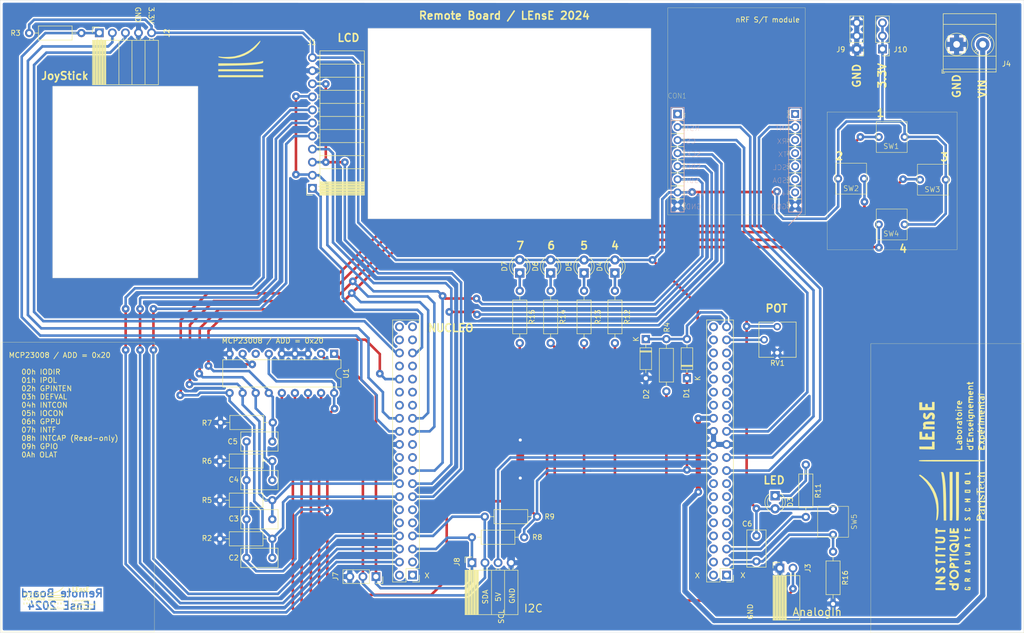
<source format=kicad_pcb>
(kicad_pcb (version 20240108) (generator "pcbnew") (generator_version "8.0")
  (layers (0 "F.Cu" signal) (31 "B.Cu" signal) (34 "B.Paste" user) (35 "F.Paste" user) (36 "B.SilkS" user "B.Silkscreen") (37 "F.SilkS" user "F.Silkscreen") (38 "B.Mask" user) (39 "F.Mask" user) (44 "Edge.Cuts" user))
  (net 0 "")
  (net 1 "GND")
  (net 2 "JOYSW")
  (net 3 "SW1_OUT")
  (net 4 "SW2_OUT")
  (net 5 "SW3_OUT")
  (net 6 "VIN")
  (net 7 "5V_NUC")
  (net 8 "SW4_OUT")
  (net 9 "nRF_CS")
  (net 13 "nRF_CE")
  (net 14 "nRF_INT")
  (net 19 "AN_IN")
  (net 20 "Net-(D3-K)")
  (net 21 "Net-(D4-K)")
  (net 22 "Net-(D5-K)")
  (net 23 "Net-(D6-K)")
  (net 24 "Net-(D7-K)")
  (net 25 "SD_CS")
  (net 26 "LCD_CS")
  (net 27 "LCD_RES")
  (net 28 "LCD_DC")
  (net 29 "JOYY")
  (net 30 "JOYX")
  (net 31 "Net-(J3-Pin_2)")
  (net 38 "3.3V_NUC")
  (net 39 "SCK")
  (net 40 "MISO")
  (net 41 "MOSI")
  (net 43 "ADC_OUT")
  (net 59 "POT_OUT")
  (net 66 "SDA")
  (net 68 "USER_BUTTON")
  (net 69 "SCL")
  (net 76 "MCP_INT")
  (net 81 "LED_OUT")
  (net 83 "LED1")
  (net 84 "LED2")
  (net 85 "LED3")
  (net 86 "LED4")
  (net 88 "SW5_OUT")
  (net 91 "unconnected-(J5-Pin_38-Pad38)")
  (net 93 "unconnected-(J6-Pin_20-Pad20)")
  (footprint "Connector_PinHeader_2.54mm:PinHeader_2x20_P2.54mm_Vertical" (layer "F.Cu") (at 217.2 141.76 180)
    (property "Reference" "J5" (hide yes))
    (property "Value" "Morpho_Gauche" (hide yes))
  )
  (footprint "Connector_PinHeader_2.54mm:PinHeader_2x20_P2.54mm_Vertical" (layer "F.Cu") (at 156.160001 141.76 180)
    (property "Reference" "J6" (hide yes))
    (property "Value" "Morpho_Droite" (hide yes))
  )
  (footprint "Resistor_THT:R_Axial_DIN0207_L6.3mm_D2.5mm_P10.16mm_Horizontal" (layer "F.Cu") (at 128.9 134.7 180)
    (property "Reference" "R2")
    (property "Value" "8.2k")
  )
  (footprint "miKro:MIKROBUS_MODULE_CONN" (layer "F.Cu") (at 207.67 52.13)
    (property "Reference" "CON1")
    (property "Value" "MikroE-nRF-S-module" (hide yes))
  )
  (footprint "LED_THT:LED_D3.0mm_Clear" (layer "F.Cu") (at 189.5 83.04 90)
    (property "Reference" "D5")
    (property "Value" "LED")
  )
  (footprint "Diode_THT:D_DO-35_SOD27_P7.62mm_Horizontal" (layer "F.Cu") (at 201.5 95.88 -90)
    (property "Reference" "D2")
    (property "Value" "D")
  )
  (footprint "Diode_THT:D_DO-35_SOD27_P7.62mm_Horizontal" (layer "F.Cu") (at 209.5 103.5 90)
    (property "Reference" "D1")
    (property "Value" "D")
  )
  (footprint "Resistor_THT:R_Axial_DIN0207_L6.3mm_D2.5mm_P10.16mm_Horizontal" (layer "F.Cu") (at 177.86 134.4 180)
    (property "Reference" "R8")
    (property "Value" "680")
  )
  (footprint "Resistor_THT:R_Axial_DIN0207_L6.3mm_D2.5mm_P10.16mm_Horizontal" (layer "F.Cu") (at 128.9 127.2 180)
    (property "Reference" "R5")
    (property "Value" "8.2k")
  )
  (footprint "Capacitor_THT:C_Rect_L7.0mm_W3.5mm_P5.00mm" (layer "F.Cu") (at 123.9 123.3)
    (property "Reference" "C4")
    (property "Value" "10nF")
  )
  (footprint "TerminalBlock_Phoenix:TerminalBlock_Phoenix_MKDS-3-2-5.08_1x02_P5.08mm_Horizontal" (layer "F.Cu") (at 261.91 38.6)
    (property "Reference" "J4")
    (property "Value" "BAT_IN")
  )
  (footprint "Resistor_THT:R_Axial_DIN0207_L6.3mm_D2.5mm_P10.16mm_Horizontal" (layer "F.Cu") (at 189.5 86.5 -90)
    (property "Reference" "R13")
    (property "Value" "100")
  )
  (footprint "Connector_PinSocket_2.54mm:PinSocket_1x03_P2.54mm_Vertical" (layer "F.Cu") (at 149.05 142.05 -90)
    (property "Reference" "J7")
    (property "Value" "I2C_Visu")
  )
  (footprint "Resistor_THT:R_Axial_DIN0207_L6.3mm_D2.5mm_P10.16mm_Horizontal" (layer "F.Cu") (at 81.64 36.4)
    (property "Reference" "R3")
    (property "Value" "8.2k")
  )
  (footprint "Connector_PinSocket_2.54mm:PinSocket_1x11_P2.54mm_Horizontal" (layer "F.Cu") (at 136.7 66.58 180)
    (property "Reference" "J1")
    (property "Value" "LCD_SD")
  )
  (footprint "Resistor_THT:R_Axial_DIN0207_L6.3mm_D2.5mm_P10.16mm_Horizontal" (layer "F.Cu") (at 195.5 86.5 -90)
    (property "Reference" "R12")
    (property "Value" "100")
  )
  (footprint "LEnsE_devices:Switch" (layer "F.Cu") (at 233.4 131.4 -90)
    (property "Reference" "SW5")
    (property "Value" "SW_5")
  )
  (footprint "Connector_PinSocket_2.54mm:PinSocket_1x04_P2.54mm_Horizontal" (layer "F.Cu") (at 167.7 139.35 90)
    (property "Reference" "J8")
    (property "Value" "I2C_EXT")
  )
  (footprint "LEnsE_devices:Logo_Alone" (layer "F.Cu") (at 122.8 41.4)
    (property "Reference" "G***" (hide yes))
    (property "Value" "LOGO" (hide yes))
  )
  (footprint "Resistor_THT:R_Axial_DIN0207_L6.3mm_D2.5mm_P10.16mm_Horizontal" (layer "F.Cu") (at 129 112.1 180)
    (property "Reference" "R7")
    (property "Value" "8.2k")
  )
  (footprint "Resistor_THT:R_Axial_DIN0207_L6.3mm_D2.5mm_P10.16mm_Horizontal" (layer "F.Cu") (at 183 86.5 -90)
    (property "Reference" "R14")
    (property "Value" "100")
  )
  (footprint "Connector_PinHeader_2.54mm:PinHeader_1x03_P2.54mm_Vertical" (layer "F.Cu") (at 242.5 39.5 180)
    (property "Reference" "J9")
    (property "Value" "GND_reg")
  )
  (footprint "Connector_PinSocket_2.54mm:PinSocket_1x05_P2.54mm_Horizontal" (layer "F.Cu") (at 95.275 36.35 90)
    (property "Reference" "J2")
    (property "Value" "JoyStick")
  )
  (footprint "LEnsE_devices:Switch" (layer "F.Cu") (at 249.3 52.1 180)
    (property "Reference" "SW1")
    (property "Value" "SW_1")
  )
  (footprint "LED_THT:LED_D3.0mm_Clear" (layer "F.Cu") (at 177 83.04 90)
    (property "Reference" "D7")
    (property "Value" "LED")
  )
  (footprint "Resistor_THT:R_Axial_DIN0207_L6.3mm_D2.5mm_P10.16mm_Horizontal" (layer "F.Cu") (at 237.9 137.2 -90)
    (property "Reference" "R16")
    (property "Value" "8.2k")
  )
  (footprint "Resistor_THT:R_Axial_DIN0207_L6.3mm_D2.5mm_P10.16mm_Horizontal" (layer "F.Cu") (at 232.6 120.3 -90)
    (property "Reference" "R11")
    (property "Value" "100")
  )
  (footprint "Resistor_THT:R_Axial_DIN0207_L6.3mm_D2.5mm_P10.16mm_Horizontal" (layer "F.Cu") (at 180.36 130.4 180)
    (property "Reference" "R9")
    (property "Value" "680")
  )
  (footprint "LED_THT:LED_D3.0mm_Clear" (layer "F.Cu") (at 195.5 83.04 90)
    (property "Reference" "D4")
    (property "Value" "LED")
  )
  (footprint "Capacitor_THT:C_Rect_L7.0mm_W3.5mm_P5.00mm" (layer "F.Cu") (at 123.9 130.9)
    (property "Reference" "C3")
    (property "Value" "10nF")
  )
  (footprint "Resistor_THT:R_Axial_DIN0207_L6.3mm_D2.5mm_P10.16mm_Horizontal" (layer "F.Cu") (at 128.9 119.6 180)
    (property "Reference" "R6")
    (property "Value" "8.2k")
  )
  (footprint "LED_THT:LED_D3.0mm_Clear" (layer "F.Cu") (at 183 83.04 90)
    (property "Reference" "D6")
    (property "Value" "LED")
  )
  (footprint "Capacitor_THT:C_Rect_L7.0mm_W3.5mm_P5.00mm" (layer "F.Cu") (at 123.9 138.4)
    (property "Reference" "C2")
    (property "Value" "10nF")
  )
  (footprint "LEnsE_devices:Switch" (layer "F.Cu") (at 257.3 60.4 180)
    (property "Reference" "SW3")
    (property "Value" "SW_3")
  )
  (footprint "LEnsE_devices:Logo_Big" (layer "F.Cu") (at 260.4 124.4 90)
    (property "Reference" "G***" (hide yes))
    (property "Value" "LOGO" (hide yes))
  )
  (footprint "LEnsE_devices:Switch" (layer "F.Cu") (at 249.3 69.1 180)
    (property "Reference" "SW4")
    (property "Value" "SW_4")
  )
  (footprint "LEnsE_devices:Logo_Small" (layer "F.Cu") (at 87.6 146)
    (property "Reference" "G***" (hide yes))
    (property "Value" "LOGO" (hide yes))
  )
  (footprint "Connector_PinSocket_2.54mm:PinSocket_1x02_P2.54mm_Horizontal" (layer "F.Cu") (at 227.56 140.4 90)
    (property "Reference" "J3")
    (property "Value" "AnalogIn")
  )
  (footprint "LEnsE_devices:Switch" (layer "F.Cu") (at 241.4 69.2)
    (property "Reference" "SW2")
    (property "Value" "SW_2")
  )
  (footprint "Resistor_THT:R_Axial_DIN0207_L6.3mm_D2.5mm_P10.16mm_Horizontal" (layer "F.Cu") (at 177 86.5 -90)
    (property "Reference" "R15")
    (property "Value" "100")
  )
  (footprint "Connector_PinHeader_2.54mm:PinHeader_1x03_P2.54mm_Vertical" (layer "F.Cu") (at 247.5 39.5 180)
    (property "Reference" "J10")
    (property "Value" "3.3V_reg")
  )
  (footprint "Package_DIP:DIP-18_W7.62mm" (layer "F.Cu") (at 140.92 98.74 -90)
    (property "Reference" "U1")
    (property "Value" "MCP23008-xP")
  )
  (footprint "Capacitor_THT:C_Rect_L7.0mm_W3.5mm_P5.00mm" (layer "F.Cu") (at 123.9 115.8)
    (property "Reference" "C5")
    (property "Value" "10nF")
  )
  (footprint "Resistor_THT:R_Axial_DIN0207_L6.3mm_D2.5mm_P10.16mm_Horizontal" (layer "F.Cu") (at 205.5 106.04 90)
    (property "Reference" "R4")
    (property "Value" "1.2k")
  )
  (footprint "LED_THT:LED_D3.0mm_Clear" (layer "F.Cu") (at 226.625 126.325 -90)
    (property "Reference" "D3")
    (property "Value" "LED")
  )
  (footprint "Potentiometer_THT:Potentiometer_Vishay_T73YP_Vertical" (layer "F.Cu") (at 227.04 93.46 180)
    (property "Reference" "RV1")
    (property "Value" "R_Potentiometer")
  )
  (footprint "Capacitor_THT:C_Rect_L7.0mm_W3.5mm_P5.00mm" (layer "F.Cu") (at 223 134.1 -90)
    (property "Reference" "C6")
    (property "Value" "10nF")
  )
  (gr_rect (start 245.25 96.75) (end 275 153) (stroke (width 0.05)) (fill none) (layer "F.SilkS"))
  (gr_rect (start 205.75 31.5) (end 232.5 71.75) (stroke (width 0.05)) (fill none) (layer "F.SilkS"))
  (gr_rect (start 76.25 96.5) (end 106 152.75) (stroke (width 0.05)) (fill none) (layer "F.SilkS"))
  (gr_rect (start 236.75 51.75) (end 262 78.5) (stroke (width 0.05)) (fill none) (layer "F.SilkS"))
  (gr_rect (start 76 30) (end 275 153) (stroke (width 0.05)) (fill none) (layer "Edge.Cuts"))
  (gr_rect (start 86.2 46.75) (end 114.45 84) (stroke (width 0.05)) (fill none) (layer "Edge.Cuts"))
  (gr_rect (start 147.5 35.5) (end 202.5 72.5) (stroke (width 0.05)) (fill none) (layer "Edge.Cuts"))
  (gr_text "Remote Board\nLEnsE 2024" (at 88 146.5 0) (layer "B.Cu") (effects (font (size 1.5 1.5) (thickness 0.3)) (justify mirror)))
  (gr_text "3" (at 258.6 61.4 0) (layer "F.SilkS") (effects (font (size 1.5 1.5) (thickness 0.3) (bold yes)) (justify left bottom)))
  (gr_text "1" (at 246.2 52.8 0) (layer "F.SilkS") (effects (font (size 1.5 1.5) (thickness 0.3) (bold yes)) (justify left bottom)))
  (gr_text "00h IODIR\n01h IPOL\n02h GPINTEN\n03h DEFVAL\n04h INTCON\n05h IOCON\n06h GPPU\n07h INTF\n08h INTCAP (Read-only)\n09h GPIO\n0Ah OLAT" (at 80.05 118.95 0) (layer "F.SilkS") (effects (font (size 1 1)) (justify left bottom)))
  (gr_text "GND" (at 243.381714 47.189714 90) (layer "F.SilkS") (effects (font (size 1.5 1.5) (thickness 0.3) (bold yes)) (justify left bottom)))
  (gr_text "NUCLEO" (at 159 94.6 0) (layer "F.SilkS") (effects (font (size 1.5 1.5) (thickness 0.3) (bold yes)) (justify left bottom)))
  (gr_text "GND" (at 222.4 150.5 90) (layer "F.SilkS") (effects (font (size 1 1)) (justify left bottom)))
  (gr_text "SCL" (at 174 151.3 90) (layer "F.SilkS") (effects (font (size 1 1)) (justify left bottom)))
  (gr_text "4" (at 250.6 79.2 0) (layer "F.SilkS") (effects (font (size 1.5 1.5) (thickness 0.3) (bold yes)) (justify left bottom)))
  (gr_text "6" (at 182.2 78.6 0) (layer "F.SilkS") (effects (font (size 1.5 1.5) (thickness 0.3) (bold yes)) (justify left bottom)))
  (gr_text "MCP23008 / ADD = 0x20" (at 77.6 99.6 0) (layer "F.SilkS") (effects (font (size 1 1)) (justify left bottom)))
  (gr_text "7" (at 176.2 78.6 0) (layer "F.SilkS") (effects (font (size 1.5 1.5) (thickness 0.3) (bold yes)) (justify left bottom)))
  (gr_text "X" (at 158.4 142.45 0) (layer "F.SilkS") (effects (font (size 1 1)) (justify left bottom)))
  (gr_text "JoyStick" (at 83.8 45.6 0) (layer "F.SilkS") (effects (font (size 1.5 1.5) (thickness 0.3) (bold yes)) (justify left bottom)))
  (gr_text "GND" (at 262.8 49.2 90) (layer "F.SilkS") (effects (font (size 1.5 1.5) (thickness 0.3) (bold yes)) (justify left bottom)))
  (gr_text "X" (at 219.8 142.4 0) (layer "F.SilkS") (effects (font (size 1 1)) (justify left bottom)))
  (gr_text "GND" (at 176.1 147.4 90) (layer "F.SilkS") (effects (font (size 1 1)) (justify left bottom)))
  (gr_text "LCD\n" (at 141.4 38.2 0) (layer "F.SilkS") (effects (font (size 1.5 1.5) (thickness 0.3) (bold yes)) (justify left bottom)))
  (gr_text "MCP23008 / ADD = 0x20" (at 119 96.8 0) (layer "F.SilkS") (effects (font (size 1 1)) (justify left bottom)))
  (gr_text "POT" (at 224.6 90.8 0) (layer "F.SilkS") (effects (font (size 1.5 1.5) (thickness 0.3) (bold yes)) (justify left bottom)))
  (gr_text "5" (at 188.6 78.6 0) (layer "F.SilkS") (effects (font (size 1.5 1.5) (thickness 0.3) (bold yes)) (justify left bottom)))
  (gr_text "GND" (at 102.2 31.199998 -90) (layer "F.SilkS") (effects (font (size 1 1)) (justify left bottom)))
  (gr_text "I2C" (at 177.7 149.1 0) (layer "F.SilkS") (effects (font (size 1.5 1.5) (thickness 0.2)) (justify left bottom)))
  (gr_text "SDA" (at 170.9 147.5 90) (layer "F.SilkS") (effects (font (size 1 1)) (justify left bottom)))
  (gr_text "nRF S/T module" (at 218.85 34.4 0) (layer "F.SilkS") (effects (font (size 1 1)) (justify left bottom)))
  (gr_text "5V" (at 173.4 147 90) (layer "F.SilkS") (effects (font (size 1 1)) (justify left bottom)))
  (gr_text "3.3V" (at 104.8 31.2 270) (layer "F.SilkS") (effects (font (size 1 1)) (justify left bottom)))
  (gr_text "4" (at 194.6 78.6 0) (layer "F.SilkS") (effects (font (size 1.5 1.5) (thickness 0.3) (bold yes)) (justify left bottom)))
  (gr_text "X" (at 210.95 142.45 0) (layer "F.SilkS") (effects (font (size 1 1)) (justify left bottom)))
  (gr_text "AnalogIn" (at 229.9 149.8 0) (layer "F.SilkS") (effects (font (size 1.5 1.5) (thickness 0.2)) (justify left bottom)))
  (gr_text "VIN" (at 267.8 49.2 90) (layer "F.SilkS") (effects (font (size 1.5 1.5) (thickness 0.3) (bold yes)) (justify left bottom)))
  (gr_text "3.3V" (at 248.324571 47.332571 90) (layer "F.SilkS") (effects (font (size 1.5 1.5) (thickness 0.3) (bold yes)) (justify left bottom)))
  (gr_text "Remote Board / LEnsE 2024" (at 174 33 0) (layer "F.SilkS") (effects (font (size 1.5 1.5) (thickness 0.3) (bold yes))))
  (gr_text "LED" (at 224.2 124.2 0) (layer "F.SilkS") (effects (font (size 1.5 1.5) (thickness 0.3) (bold yes)) (justify left bottom)))
  (gr_text "2" (at 238.2 61.2 0) (layer "F.SilkS") (effects (font (size 1.5 1.5) (thickness 0.3) (bold yes)) (justify left bottom)))
  (segment (start 177.1 122.9) (end 177.1 115.5) (width 1.5) (layer "F.Cu") (net 1))
  (via (at 177.1 115.5) (size 1.5) (drill 0.6) (layers "F.Cu" "B.Cu") (net 1))
  (via (at 177.1 122.9) (size 1.5) (drill 0.6) (layers "F.Cu" "B.Cu") (net 1))
  (segment (start 175.32 139.35) (end 175.32 124.68) (width 1.5) (layer "B.Cu") (net 1))
  (segment (start 175.32 124.68) (end 177.1 122.9) (width 1.5) (layer "B.Cu") (net 1))
  (segment (start 189.1 103.5) (end 201.5 103.5) (width 1.5) (layer "B.Cu") (net 1))
  (segment (start 177.1 115.5) (end 189.1 103.5) (width 1.5) (layer "B.Cu") (net 1))
  (segment (start 91.8 36.4) (end 84.8 36.4) (width 0.5) (layer "B.Cu") (net 2))
  (segment (start 145.2 95.2) (end 146.2 96.2) (width 0.5) (layer "B.Cu") (net 2))
  (segment (start 83.8 95.2) (end 145.2 95.2) (width 0.5) (layer "B.Cu") (net 2))
  (segment (start 95.205 36.42) (end 95.275 36.35) (width 0.5) (layer "B.Cu") (net 2))
  (segment (start 146.2 96.2) (end 146.2 103.8) (width 0.5) (layer "B.Cu") (net 2))
  (segment (start 95.225 36.4) (end 95.275 36.35) (width 0.5) (layer "B.Cu") (net 2))
  (segment (start 80.2 91.6) (end 83.8 95.2) (width 0.5) (layer "B.Cu") (net 2))
  (segment (start 146.2 103.8) (end 149.2 106.8) (width 0.5) (layer "B.Cu") (net 2))
  (segment (start 149.2 106.8) (end 149.2 111.4) (width 0.5) (layer "B.Cu") (net 2))
  (segment (start 84.8 36.4) (end 80.2 41) (width 0.5) (layer "B.Cu") (net 2))
  (segment (start 149.2 111.4) (end 151.62 113.82) (width 0.5) (layer "B.Cu") (net 2))
  (segment (start 91.8 36.4) (end 95.225 36.4) (width 0.5) (layer "B.Cu") (net 2))
  (segment (start 80.2 41) (end 80.2 91.6) (width 0.5) (layer "B.Cu") (net 2))
  (segment (start 151.62 113.82) (end 153.620001 113.82) (width 0.5) (layer "B.Cu") (net 2))
  (segment (start 116.3 87) (end 138 87) (width 0.5) (layer "F.Cu") (net 3))
  (segment (start 241.3 70.2) (end 241.3 58.5) (width 0.5) (layer "F.Cu") (net 3))
  (segment (start 241.3 58.5) (end 243.2 56.6) (width 0.5) (layer "F.Cu") (net 3))
  (segment (start 237.6 73.9) (end 241.3 70.2) (width 0.5) (layer "F.Cu") (net 3))
  (segment (start 111 106.8) (end 111.1 106.7) (width 0.5) (layer "F.Cu") (net 3))
  (segment (start 138 87) (end 151.1 73.9) (width 0.5) (layer "F.Cu") (net 3))
  (segment (start 111.1 106.7) (end 111.1 92.2) (width 0.5) (layer "F.Cu") (net 3))
  (segment (start 111.1 92.2) (end 116.3 87) (width 0.5) (layer "F.Cu") (net 3))
  (segment (start 151.1 73.9) (end 237.6 73.9) (width 0.5) (layer "F.Cu") (net 3))
  (via (at 111 106.8) (size 1.5) (drill 0.6) (layers "F.Cu" "B.Cu") (net 3))
  (via (at 243.2 56.6) (size 1.5) (drill 0.6) (layers "F.Cu" "B.Cu") (net 3))
  (segment (start 131 132.6) (end 131 127.6) (width 0.5) (layer "B.Cu") (net 3))
  (segment (start 131 127.6) (end 132.08 126.52) (width 0.5) (layer "B.Cu") (net 3))
  (segment (start 120.6 106.36) (end 120.54 106.3) (width 0.5) (layer "B.Cu") (net 3))
  (segment (start 114.9 106.3) (end 114.4 106.8) (width 0.5) (layer "B.Cu") (net 3))
  (segment (start 120.6 106.36) (end 120.6 107.9) (width 0.5) (layer "B.Cu") (net 3))
  (segment (start 132.08 126.52) (end 153.620001 126.52) (width 0.5) (layer "B.Cu") (net 3))
  (segment (start 127 129) (end 127 132.8) (width 0.5) (layer "B.Cu") (net 3))
  (segment (start 114.4 106.8) (end 111 106.8) (width 0.5) (layer "B.Cu") (net 3))
  (segment (start 125.4 127.4) (end 127 129) (width 0.5) (layer "B.Cu") (net 3))
  (segment (start 127 132.8) (end 128.9 134.7) (width 0.5) (layer "B.Cu") (net 3))
  (segment (start 125.4 112.7) (end 125.4 127.4) (width 0.5) (layer "B.Cu") (net 3))
  (segment (start 243.2 56.6) (end 246.8 56.6) (width 0.5) (layer "B.Cu") (net 3))
  (segment (start 128.9 138.4) (end 128.9 134.7) (width 0.5) (layer "B.Cu") (net 3))
  (segment (start 128.9 134.7) (end 131 132.6) (width 0.5) (layer "B.Cu") (net 3))
  (segment (start 120.6 107.9) (end 125.4 112.7) (width 0.5) (layer "B.Cu") (net 3))
  (segment (start 120.54 106.3) (end 114.9 106.3) (width 0.5) (layer "B.Cu") (net 3))
  (segment (start 152 75.1) (end 239.1 75.1) (width 0.5) (layer "F.Cu") (net 4))
  (segment (start 112.9 93.1) (end 117.5 88.5) (width 0.5) (layer "F.Cu") (net 4))
  (segment (start 117.5 88.5) (end 138.6 88.5) (width 0.5) (layer "F.Cu") (net 4))
  (segment (start 138.6 88.5) (end 152 75.1) (width 0.5) (layer "F.Cu") (net 4))
  (segment (start 112.8 104.7) (end 112.9 104.6) (width 0.5) (layer "F.Cu") (net 4))
  (segment (start 112.9 104.6) (end 112.9 93.1) (width 0.5) (layer "F.Cu") (net 4))
  (segment (start 239.1 75.1) (end 244 70.2) (width 0.5) (layer "F.Cu") (net 4))
  (segment (start 244 70.2) (end 244 69.2) (width 0.5) (layer "F.Cu") (net 4))
  (via (at 244 69.2) (size 1.5) (drill 0.6) (layers "F.Cu" "B.Cu") (net 4))
  (via (at 112.8 104.7) (size 1.5) (drill 0.6) (layers "F.Cu" "B.Cu") (net 4))
  (segment (start 122.1 104.6) (end 123.14 105.64) (width 0.5) (layer "B.Cu") (net 4))
  (segment (start 132.62 123.98) (end 153.620001 123.98) (width 0.5) (layer "B.Cu") (net 4))
  (segment (start 128.9 127.2) (end 129 127.1) (width 0.5) (layer "B.Cu") (net 4))
  (segment (start 129.5 127.1) (end 132.62 123.98) (width 0.5) (layer "B.Cu") (net 4))
  (segment (start 126.4 111.9) (end 126.4 125.6) (width 0.5) (layer "B.Cu") (net 4))
  (segment (start 127.6 127.2) (end 128.9 127.2) (width 0.5) (layer "B.Cu") (net 4))
  (segment (start 244 64.8) (end 243.9 64.7) (width 0.5) (layer "B.Cu") (net 4))
  (segment (start 112.8 104.7) (end 112.9 104.6) (width 0.5) (layer "B.Cu") (net 4))
  (segment (start 123.14 108.64) (end 126.4 111.9) (width 0.5) (layer "B.Cu") (net 4))
  (segment (start 128.9 127.2) (end 128.9 130.9) (width 0.5) (layer "B.Cu") (net 4))
  (segment (start 123.14 105.64) (end 123.14 106.36) (width 0.5) (layer "B.Cu") (net 4))
  (segment (start 126.4 126) (end 127.6 127.2) (width 0.5) (layer "B.Cu") (net 4))
  (segment (start 123.14 106.36) (end 123.14 108.64) (width 0.5) (layer "B.Cu") (net 4))
  (segment (start 112.9 104.6) (end 122.1 104.6) (width 0.5) (layer "B.Cu") (net 4))
  (segment (start 128.9 126.8) (end 128.9 127.2) (width 0.5) (layer "B.Cu") (net 4))
  (segment (start 244 69.2) (end 244 64.8) (width 0.5) (layer "B.Cu") (net 4))
  (segment (start 129 127.1) (end 129.5 127.1) (width 0.5) (layer "B.Cu") (net 4))
  (segment (start 251.7 64.8) (end 251.5 64.8) (width 0.5) (layer "F.Cu") (net 5))
  (segment (start 114.8 93.8) (end 118.5 90.1) (width 0.5) (layer "F.Cu") (net 5))
  (segment (start 239.7 76.6) (end 251.5 64.8) (width 0.5) (layer "F.Cu") (net 5))
  (segment (start 152.6 76.6) (end 239.7 76.6) (width 0.5) (layer "F.Cu") (net 5))
  (segment (start 114.8 102.5) (end 114.8 93.8) (width 0.5) (layer "F.Cu") (net 5))
  (segment (start 114.7 102.6) (end 114.8 102.5) (width 0.5) (layer "F.Cu") (net 5))
  (segment (start 118.5 90.1) (end 139.1 90.1) (width 0.5) (layer "F.Cu") (net 5))
  (segment (start 139.1 90.1) (end 152.6 76.6) (width 0.5) (layer "F.Cu") (net 5))
  (via (at 251.5 64.8) (size 1.5) (drill 0.6) (layers "F.Cu" "B.Cu") (net 5))
  (via (at 144.55 84.65) (size 1.5) (drill 0.6) (layers "F.Cu" "B.Cu") (net 5))
  (via (at 114.7 102.6) (size 1.5) (drill 0.6) (layers "F.Cu" "B.Cu") (net 5))
  (segment (start 128.9 119.6) (end 128.9 123.3) (width 0.5) (layer "B.Cu") (net 5))
  (segment (start 128.1 119.6) (end 128.9 119.6) (width 0.5) (layer "B.Cu") (net 5))
  (segment (start 144.55 84.65) (end 147.5 87.6) (width 0.5) (layer "B.Cu") (net 5))
  (segment (start 115.4 103.3) (end 123.1 103.3) (width 0.5) (layer "B.Cu") (net 5))
  (segment (start 127.4 111.05) (end 127.4 118.9) (width 0.5) (layer "B.Cu") (net 5))
  (segment (start 125.68 109.33) (end 127.4 111.05) (width 0.5) (layer "B.Cu") (net 5))
  (segment (start 127.4 118.9) (end 128.1 119.6) (width 0.5) (layer "B.Cu") (net 5))
  (segment (start 159.48 113.82) (end 156.160001 113.82) (width 0.5) (layer "B.Cu") (net 5))
  (segment (start 160.4 112.9) (end 159.48 113.82) (width 0.5) (layer "B.Cu") (net 5))
  (segment (start 123.1 103.3) (end 125.68 105.88) (width 0.5) (layer "B.Cu") (net 5))
  (segment (start 114.7 102.6) (end 115.4 103.3) (width 0.5) (layer "B.Cu") (net 5))
  (segment (start 125.68 105.88) (end 125.68 106.36) (width 0.5) (layer "B.Cu") (net 5))
  (segment (start 160.4 88.9) (end 160.4 112.9) (width 0.5) (layer "B.Cu") (net 5))
  (segment (start 254.7 64.8) (end 254.8 64.9) (width 0.5) (layer "B.Cu") (net 5))
  (segment (start 159.1 87.6) (end 160.4 88.9) (width 0.5) (layer "B.Cu") (net 5))
  (segment (start 251.5 64.8) (end 254.7 64.8) (width 0.5) (layer "B.Cu") (net 5))
  (segment (start 147.5 87.6) (end 159.1 87.6) (width 0.5) (layer "B.Cu") (net 5))
  (segment (start 125.68 106.36) (end 125.68 109.33) (width 0.5) (layer "B.Cu") (net 5))
  (segment (start 211.7 125.6) (end 211.7 111.3) (width 1) (layer "F.Cu") (net 6))
  (via (at 211.7 125.6) (size 1.5) (drill 0.6) (layers "F.Cu" "B.Cu") (net 6))
  (via (at 211.7 111.3) (size 1.5) (drill 0.6) (layers "F.Cu" "B.Cu") (net 6))
  (segment (start 211.72 111.28) (end 211.7 111.3) (width 1) (layer "B.Cu") (net 6))
  (segment (start 209.1 128.2) (end 209.1 144.9) (width 1) (layer "B.Cu") (net 6))
  (segment (start 214.66 111.28) (end 211.72 111.28) (width 1) (layer "B.Cu") (net 6))
  (segment (start 214.8 150.6) (end 262.1 150.6) (width 1) (layer "B.Cu") (net 6))
  (segment (start 266.99 145.71) (end 266.99 38.6) (width 1) (layer "B.Cu") (net 6))
  (segment (start 209.1 144.9) (end 214.8 150.6) (width 1) (layer "B.Cu") (net 6))
  (segment (start 211.7 125.6) (end 209.1 128.2) (width 1) (layer "B.Cu") (net 6))
  (segment (start 262.1 150.6) (end 266.99 145.71) (width 1) (layer "B.Cu") (net 6))
  (segment (start 172.78 121.32) (end 175.2 118.9) (width 0.5) (layer "B.Cu") (net 7))
  (segment (start 175.2 118.9) (end 214.66 118.9) (width 0.5) (layer "B.Cu") (net 7))
  (segment (start 172.78 139.35) (end 172.78 121.32) (width 0.5) (layer "B.Cu") (net 7))
  (segment (start 116.4 101) (end 116.5 101.1) (width 0.5) (layer "F.Cu") (net 8))
  (segment (start 246.7 78) (end 153.3 78) (width 0.5) (layer "F.Cu") (net 8))
  (segment (start 139.8 91.5) (end 119.3 91.5) (width 0.5) (layer "F.Cu") (net 8))
  (segment (start 246.8 78.1) (end 246.7 78) (width 0.5) (layer "F.Cu") (net 8))
  (segment (start 153.3 78) (end 139.8 91.5) (width 0.5) (layer "F.Cu") (net 8))
  (segment (start 116.5 101.1) (end 116.5 94.3) (width 0.5) (layer "F.Cu") (net 8))
  (segment (start 119.3 91.5) (end 116.5 94.3) (width 0.5) (layer "F.Cu") (net 8))
  (via (at 116.5 101.1) (size 1.5) (drill 0.6) (layers "F.Cu" "B.Cu") (net 8))
  (via (at 246.8 78.1) (size 1.5) (drill 0.6) (layers "F.Cu" "B.Cu") (net 8))
  (via (at 144.35 86.95) (size 1.5) (drill 0.6) (layers "F.Cu" "B.Cu") (net 8))
  (via (at 246.8 78.1) (size 1.5) (drill 0.6) (layers "F.Cu" "B.Cu") (net 8))
  (segment (start 157.6 88.7) (end 159.2 90.3) (width 0.5) (layer "B.Cu") (net 8))
  (segment (start 129 107.14) (end 128.22 106.36) (width 0.5) (layer "B.Cu") (net 8))
  (segment (start 117.5 102.1) (end 124.4 102.1) (width 0.5) (layer "B.Cu") (net 8))
  (segment (start 158.12 111.28) (end 156.160001 111.28) (width 0.5) (layer "B.Cu") (net 8))
  (segment (start 246.8 73.6) (end 246.8 78.1) (width 0.5) (layer "B.Cu") (net 8))
  (segment (start 159.2 90.3) (end 159.2 110.2) (width 0.5) (layer "B.Cu") (net 8))
  (segment (start 129 115.7) (end 129 107.14) (width 0.5) (layer "B.Cu") (net 8))
  (segment (start 128.22 105.92) (end 128.22 106.36) (width 0.5) (layer "B.Cu") (net 8))
  (segment (start 146.1 88.7) (end 157.6 88.7) (width 0.5) (layer "B.Cu") (net 8))
  (segment (start 116.5 101.1) (end 117.5 102.1) (width 0.5) (layer "B.Cu") (net 8))
  (segment (start 129 112.1) (end 129 111.1) (width 0.5) (layer "B.Cu") (net 8))
  (segment (start 124.4 102.1) (end 128.22 105.92) (width 0.5) (layer "B.Cu") (net 8))
  (segment (start 128.9 115.8) (end 129 115.7) (width 0.5) (layer "B.Cu") (net 8))
  (segment (start 159.2 110.2) (end 158.12 111.28) (width 0.5) (layer "B.Cu") (net 8))
  (segment (start 144.35 86.95) (end 146.1 88.7) (width 0.5) (layer "B.Cu") (net 8))
  (segment (start 217.2 113.82) (end 225.28 113.82) (width 0.5) (layer "B.Cu") (net 9))
  (segment (start 232.9 86.9) (end 232.9 106.2) (width 0.5) (layer "B.Cu") (net 9))
  (segment (start 220.6 74.6) (end 232.9 86.9) (width 0.5) (layer "B.Cu") (net 9))
  (segment (start 225.28 113.82) (end 232.9 106.2) (width 0.5) (layer "B.Cu") (net 9))
  (segment (start 219.11 57.21) (end 220.6 58.7) (width 0.5) (layer "B.Cu") (net 9))
  (segment (start 207.67 57.21) (end 219.11 57.21) (width 0.5) (layer "B.Cu") (net 9))
  (segment (start 220.6 58.7) (end 220.6 74.6) (width 0.5) (layer "B.Cu") (net 9))
  (segment (start 226.1 118.9) (end 228.3 116.7) (width 0.5) (layer "B.Cu") (net 13))
  (segment (start 221.8 74.1) (end 221.8 56.6) (width 0.5) (layer "B.Cu") (net 13))
  (segment (start 234.1 110.9) (end 234.1 86.4) (width 0.5) (layer "B.Cu") (net 13))
  (segment (start 228.3 116.7) (end 234.1 110.9) (width 0.5) (layer "B.Cu") (net 13))
  (segment (start 219.87 54.67) (end 207.67 54.67) (width 0.5) (layer "B.Cu") (net 13))
  (segment (start 221.8 56.6) (end 219.87 54.67) (width 0.5) (layer "B.Cu") (net 13))
  (segment (start 234.1 86.4) (end 221.8 74.1) (width 0.5) (layer "B.Cu") (net 13))
  (segment (start 217.2 118.9) (end 226.1 118.9) (width 0.5) (layer "B.Cu") (net 13))
  (segment (start 223.5 74.2) (end 223.5 56.7) (width 0.5) (layer "B.Cu") (net 14))
  (segment (start 235.4 111.5) (end 235.4 86.1) (width 0.5) (layer "B.Cu") (net 14))
  (segment (start 227.85 119.05) (end 235.4 111.5) (width 0.5) (layer "B.Cu") (net 14))
  (segment (start 225.53 54.67) (end 230.53 54.67) (width 0.5) (layer "B.Cu") (net 14))
  (segment (start 217.2 121.44) (end 225.46 121.44) (width 0.5) (layer "B.Cu") (net 14))
  (segment (start 223.5 56.7) (end 225.53 54.67) (width 0.5) (layer "B.Cu") (net 14))
  (segment (start 235.4 86.1) (end 223.5 74.2) (width 0.5) (layer "B.Cu") (net 14))
  (segment (start 225.46 121.44) (end 227.85 119.05) (width 0.5) (layer "B.Cu") (net 14))
  (segment (start 209.5 95.88) (end 209.5 93.3) (width 0.5) (layer "B.Cu") (net 19))
  (segment (start 201.5 95.88) (end 205.5 95.88) (width 0.5) (layer "B.Cu") (net 19))
  (segment (start 212.1 90.7) (end 216.2 90.7) (width 0.5) (layer "B.Cu") (net 19))
  (segment (start 209.5 93.3) (end 212.1 90.7) (width 0.5) (layer "B.Cu") (net 19))
  (segment (start 205.5 95.88) (end 209.5 95.88) (width 0.5) (layer "B.Cu") (net 19))
  (segment (start 217.2 91.7) (end 217.2 93.5) (width 0.5) (layer "B.Cu") (net 19))
  (segment (start 216.2 90.7) (end 217.2 91.7) (width 0.5) (layer "B.Cu") (net 19))
  (segment (start 229.675 126.325) (end 232.6 123.4) (width 0.5) (layer "B.Cu") (net 20))
  (segment (start 232.6 123.4) (end 232.6 120.3) (width 0.5) (layer "B.Cu") (net 20))
  (segment (start 226.625 126.325) (end 229.675 126.325) (width 0.5) (layer "B.Cu") (net 20))
  (segment (start 195.5 86.5) (end 195.5 83.04) (width 0.5) (layer "B.Cu") (net 21))
  (segment (start 189.5 83.04) (end 189.5 86.5) (width 0.5) (layer "B.Cu") (net 22))
  (segment (start 183 83.04) (end 183 86.5) (width 0.5) (layer "B.Cu") (net 23))
  (segment (start 177 83.04) (end 177 86.5) (width 0.5) (layer "B.Cu") (net 24))
  (segment (start 158 91.1) (end 158 97.5) (width 0.5) (layer "B.Cu") (net 25))
  (segment (start 157.1 90.2) (end 158 91.1) (width 0.5) (layer "B.Cu") (net 25))
  (segment (start 142.6 87.8) (end 145 90.2) (width 0.5) (layer "B.Cu") (net 25))
  (segment (start 142.6 82.4) (end 142.6 87.8) (width 0.5) (layer "B.Cu") (net 25))
  (segment (start 138.3 68.18) (end 138.3 78.1) (width 0.5) (layer "B.Cu") (net 25))
  (segment (start 158 97.5) (end 156.92 98.58) (width 0.5) (layer "B.Cu") (net 25))
  (segment (start 145 90.2) (end 157.1 90.2) (width 0.5) (layer "B.Cu") (net 25))
  (segment (start 138.3 78.1) (end 142.6 82.4) (width 0.5) (layer "B.Cu") (net 25))
  (segment (start 156.92 98.58) (end 156.160001 98.58) (width 0.5) (layer "B.Cu") (net 25))
  (segment (start 136.7 66.58) (end 138.3 68.18) (width 0.5) (layer "B.Cu") (net 25))
  (segment (start 105.8 98) (end 105.8 90) (width 0.5) (layer "F.Cu") (net 26))
  (via (at 105.8 90) (size 1.5) (drill 0.6) (layers "F.Cu" "B.Cu") (net 26))
  (via (at 105.8 98) (size 1.5) (drill 0.6) (layers "F.Cu" "B.Cu") (net 26))
  (segment (start 131.6 58) (end 133.18 56.42) (width 0.5) (layer "B.Cu") (net 26))
  (segment (start 105.8 138.6) (end 112.6 145.4) (width 0.5) (layer "B.Cu") (net 26))
  (segment (start 130 145.4) (end 141.26 134.14) (width 0.5) (layer "B.Cu") (net 26))
  (segment (start 105.8 98) (end 105.8 138.6) (width 0.5) (layer "B.Cu") (net 26))
  (segment (start 126.6 90) (end 131.6 85) (width 0.5) (layer "B.Cu") (net 26))
  (segment (start 112.6 145.4) (end 130 145.4) (width 0.5) (layer "B.Cu") (net 26))
  (segment (start 133.18 56.42) (end 136.7 56.42) (width 0.5) (layer "B.Cu") (net 26))
  (segment (start 105.8 90) (end 126.6 90) (width 0.5) (layer "B.Cu") (net 26))
  (segment (start 131.6 85) (end 131.6 58) (width 0.5) (layer "B.Cu") (net 26))
  (segment (start 141.26 134.14) (end 153.620001 134.14) (width 0.5) (layer "B.Cu") (net 26))
  (segment (start 103.2 90) (end 103.2 98) (width 0.5) (layer "F.Cu") (net 27))
  (via (at 103.2 98) (size 1.5) (drill 0.6) (layers "F.Cu" "B.Cu") (net 27))
  (via (at 103.2 90) (size 1.5) (drill 0.6) (layers "F.Cu" "B.Cu") (net 27))
  (segment (start 126 87.8) (end 129.6 84.2) (width 0.5) (layer "B.Cu") (net 27))
  (segment (start 103.2 90) (end 103.2 88) (width 0.5) (layer "B.Cu") (net 27))
  (segment (start 132.72 53.88) (end 136.7 53.88) (width 0.5) (layer "B.Cu") (net 27))
  (segment (start 111 147.2) (end 103.2 139.4) (width 0.5) (layer "B.Cu") (net 27))
  (segment (start 129.6 84.2) (end 129.6 57) (width 0.5) (layer "B.Cu") (net 27))
  (segment (start 129.6 57) (end 132.72 53.88) (width 0.5) (layer "B.Cu") (net 27))
  (segment (start 103.2 139.4) (end 103.2 98) (width 0.5) (layer "B.Cu") (net 27))
  (segment (start 141.52 136.68) (end 131 147.2) (width 0.5) (layer "B.Cu") (net 27))
  (segment (start 103.2 88) (end 103.4 87.8) (width 0.5) (layer "B.Cu") (net 27))
  (segment (start 153.620001 136.68) (end 141.52 136.68) (width 0.5) (layer "B.Cu") (net 27))
  (segment (start 131 147.2) (end 111 147.2) (width 0.5) (layer "B.Cu") (net 27))
  (segment (start 103.4 87.8) (end 126 87.8) (width 0.5) (layer "B.Cu") (net 27))
  (segment (start 100.4 90) (end 100.4 98) (width 0.5) (layer "F.Cu") (net 28))
  (via (at 100.4 90) (size 1.5) (drill 0.6) (layers "F.Cu" "B.Cu") (net 28))
  (via (at 100.4 98) (size 1.5) (drill 0.6) (layers "F.Cu" "B.Cu") (net 28))
  (segment (start 109.8 149) (end 131.6 149) (width 0.5) (layer "B.Cu") (net 28))
  (segment (start 102.2 86) (end 125.1 86) (width 0.5) (layer "B.Cu") (net 28))
  (segment (start 132.46 51.34) (end 136.7 51.34) (width 0.5) (layer "B.Cu") (net 28))
  (segment (start 141.38 139.22) (end 153.620001 139.22) (width 0.5) (layer "B.Cu") (net 28))
  (segment (start 127.2 56.6) (end 132.46 51.34) (width 0.5) (layer "B.Cu") (net 28))
  (segment (start 100.4 98) (end 100.4 139.6) (width 0.5) (layer "B.Cu") (net 28))
  (segment (start 127.2 83.9) (end 127.2 56.6) (width 0.5) (layer "B.Cu") (net 28))
  (segment (start 131.6 149) (end 141.38 139.22) (width 0.5) (layer "B.Cu") (net 28))
  (segment (start 100.4 90) (end 100.4 87.8) (width 0.5) (layer "B.Cu") (net 28))
  (segment (start 100.4 139.6) (end 109.8 149) (width 0.5) (layer "B.Cu") (net 28))
  (segment (start 125.1 86) (end 127.2 83.9) (width 0.5) (layer "B.Cu") (net 28))
  (segment (start 100.4 87.8) (end 102.2 86) (width 0.5) (layer "B.Cu") (net 28))
  (segment (start 97 39) (end 84.2 39) (width 0.5) (layer "B.Cu") (net 29))
  (segment (start 150.4 110) (end 151.68 111.28) (width 0.5) (layer "B.Cu") (net 29))
  (segment (start 81.4 41.8) (end 81.4 91.2) (width 0.5) (layer "B.Cu") (net 29))
  (segment (start 145.7 93.8) (end 147.6 95.7) (width 0.5) (layer "B.Cu") (net 29))
  (segment (start 151.68 111.28) (end 153.620001 111.28) (width 0.5) (layer "B.Cu") (net 29))
  (segment (start 97.815 38.185) (end 97 39) (width 0.5) (layer "B.Cu") (net 29))
  (segment (start 97.815 36.35) (end 97.815 38.185) (width 0.5) (layer "B.Cu") (net 29))
  (segment (start 147.6 103.4) (end 150.4 106.2) (width 0.5) (layer "B.Cu") (net 29))
  (segment (start 147.6 95.7) (end 147.6 103.4) (width 0.5) (layer "B.Cu") (net 29))
  (segment (start 150.4 106.2) (end 150.4 110) (width 0.5) (layer "B.Cu") (net 29))
  (segment (start 84 93.8) (end 145.7 93.8) (width 0.5) (layer "B.Cu") (net 29))
  (segment (start 81.4 91.2) (end 84 93.8) (width 0.5) (layer "B.Cu") (net 29))
  (segment (start 84.2 39) (end 81.4 41.8) (width 0.5) (layer "B.Cu") (net 29))
  (segment (start 82.6 90.6) (end 84.4 92.4) (width 0.5) (layer "B.Cu") (net 30))
  (segment (start 82.6 42.6) (end 82.6 90.6) (width 0.5) (layer "B.Cu") (net 30))
  (segment (start 146.8 92.4) (end 152.98 98.58) (width 0.5) (layer "B.Cu") (net 30))
  (segment (start 100.355 36.35) (end 100.355 37.245) (width 0.5) (layer "B.Cu") (net 30))
  (segment (start 100.355 37.245) (end 97.4 40.2) (width 0.5) (layer "B.Cu") (net 30))
  (segment (start 97.4 40.2) (end 85 40.2) (width 0.5) (layer "B.Cu") (net 30))
  (segment (start 152.98 98.58) (end 153.620001 98.58) (width 0.5) (layer "B.Cu") (net 30))
  (segment (start 85 40.2) (end 82.6 42.6) (width 0.5) (layer "B.Cu") (net 30))
  (segment (start 84.4 92.4) (end 146.8 92.4) (width 0.5) (layer "B.Cu") (net 30))
  (segment (start 205.5 143.7) (end 205.5 106.04) (width 0.5) (layer "F.Cu") (net 31))
  (segment (start 228.1 146.7) (end 208.5 146.7) (width 0.5) (layer "F.Cu") (net 31))
  (segment (start 208.5 146.7) (end 205.5 143.7) (width 0.5) (layer "F.Cu") (net 31))
  (segment (start 230.1 144.4) (end 230.1 144.7) (width 0.5) (layer "F.Cu") (net 31))
  (segment (start 230.1 144.7) (end 228.1 146.7) (width 0.5) (layer "F.Cu") (net 31))
  (via (at 230.1 144.4) (size 1.5) (drill 0.6) (layers "F.Cu" "B.Cu") (net 31))
  (segment (start 230.1 144.4) (end 230.1 140.4) (width 0.5) (layer "B.Cu") (net 31))
  (segment (start 211.6 91.7) (end 211.6 98.6) (width 0.5) (layer "F.Cu") (net 38))
  (segment (start 159.8 145.6) (end 162.8 142.6) (width 0.5) (layer "F.Cu") (net 38))
  (segment (start 162.8 142.6) (end 162.8 128.6) (width 0.5) (layer "F.Cu") (net 38))
  (segment (start 202.8 80.5) (end 211.6 89.3) (width 0.5) (layer "F.Cu") (net 38))
  (segment (start 209.5 103.5) (end 209.5 121.3) (width 0.5) (layer "F.Cu") (net 38))
  (segment (start 210.5 67.3) (end 226.9 67.3) (width 0.5) (layer "F.Cu") (net 38))
  (segment (start 219.3 89.3) (end 211.6 89.3) (width 0.5) (layer "F.Cu") (net 38))
  (segment (start 221.1 93.4) (end 221.1 91.1) (width 0.5) (layer "F.Cu") (net 38))
  (segment (start 141 109.4) (end 139.6 110.8) (width 0.5) (layer "F.Cu") (net 38))
  (segment (start 223 128.8) (end 221.1 126.9) (width 0.5) (layer "F.Cu") (net 38))
  (segment (start 139.6 144.2) (end 141 145.6) (width 0.5) (layer "F.Cu") (net 38))
  (segment (start 211.6 89.3) (end 211.6 91.7) (width 0.5) (layer "F.Cu") (net 38))
  (segment (start 211.6 98.6) (end 209.5 100.7) (width 0.5) (layer "F.Cu") (net 38))
  (segment (start 226.9 67.3) (end 227 67.2) (width 0.5) (layer "F.Cu") (net 38))
  (segment (start 139.6 110.8) (end 139.6 144.2) (width 0.5) (layer "F.Cu") (net 38))
  (segment (start 221.1 91.1) (end 219.3 89.3) (width 0.5) (layer "F.Cu") (net 38))
  (segment (start 162.8 128.6) (end 164 127.4) (width 0.5) (layer "F.Cu") (net 38))
  (segment (start 209.5 100.7) (end 209.5 103.5) (width 0.5) (layer "F.Cu") (net 38))
  (segment (start 177.36 127.4) (end 180.36 130.4) (width 0.5) (layer "F.Cu") (net 38))
  (segment (start 164 127.4) (end 177.36 127.4) (width 0.5) (layer "F.Cu") (net 38))
  (segment (start 141 145.6) (end 159.8 145.6) (width 0.5) (layer "F.Cu") (net 38))
  (segment (start 221.1 126.9) (end 221.1 93.4) (width 0.5) (layer "F.Cu") (net 38))
  (via (at 221.1 93.4) (size 1.5) (drill 0.6) (layers "F.Cu" "B.Cu") (net 38))
  (via (at 202.8 80.5) (size 1.5) (drill 0.6) (layers "F.Cu" "B.Cu") (net 38))
  (via (at 141 109.4) (size 1.5) (drill 0.6) (layers "F.Cu" "B.Cu") (net 38))
  (via (at 139.6 129.2) (size 1.5) (drill 0.6) (layers "F.Cu" "B.Cu") (net 38))
  (via (at 227 67.2) (size 1.5) (drill 0.6) (layers "F.Cu" "B.Cu") (net 38))
  (via (at 223 128.8) (size 1.5) (drill 0.6) (layers "F.Cu" "B.Cu") (net 38))
  (via (at 209.5 121.3) (size 1.5) (drill 0.6) (layers "F.Cu" "B.Cu") (net 38))
  (via (at 210.5 67.3) (size 1.5) (drill 0.6) (layers "F.Cu" "B.Cu") (net 38))
  (segment (start 207.67 67.37) (end 210.43 67.37) (width 0.5) (layer "B.Cu") (net 38))
  (segment (start 247.5 53.5) (end 247.4 53.6) (width 0.5) (layer "B.Cu") (net 38))
  (segment (start 145.6 42.3) (end 145.6 73.2) (width 0.5) (layer "B.Cu") (net 38))
  (segment (start 227 93.4) (end 221.1 93.4) (width 0.5) (layer "B.Cu") (net 38))
  (segment (start 145.6 73.2) (end 152.9 80.5) (width 0.5) (layer "B.Cu") (net 38))
  (segment (start 136.7 41.18) (end 144.48 41.18) (width 0.5) (layer "B.Cu") (net 38))
  (segment (start 240.5 53.6) (end 247.4 53.6) (width 0.5) (layer "B.Cu") (net 38))
  (segment (start 123.9 115.8) (end 123.9 120.8) (width 0.5) (layer "B.Cu") (net 38))
  (segment (start 183 80.5) (end 177 80.5) (width 0.5) (layer "B.Cu") (net 38))
  (segment (start 228.2 72.5) (end 236.5 72.5) (width 0.5) (layer "B.Cu") (net 38))
  (segment (start 129.7 104.1) (end 140.45 104.1) (width 0.5) (layer "B.Cu") (net 38))
  (segment (start 204.7 78.7) (end 204.7 68.7) (width 0.5) (layer "B.Cu") (net 38))
  (segment (start 139.4 129) (end 134.6 129) (width 0.5) (layer "B.Cu") (net 38))
  (segment (start 258.2 56.6) (end 251.8 56.6) (width 0.5) (layer "B.Cu") (net 38))
  (segment (start 81.64 36.4) (end 81.64 34.76) (width 0.5) (layer "B.Cu") (net 38))
  (segment (start 238.9 55.2) (end 240.5 53.6) (width 0.5) (layer "B.Cu") (net 38))
  (segment (start 123.9 120.8) (end 123.9 125.8) (width 0.5) (layer "B.Cu") (net 38))
  (segment (start 206.03 67.37) (end 207.67 67.37) (width 0.5) (layer "B.Cu") (net 38))
  (segment (start 238.9 64.7) (end 238.9 55.2) (width 0.5) (layer "B.Cu") (net 38))
  (segment (start 259.8 64.9) (end 259.8 71.5) (width 0.5) (layer "B.Cu") (net 38))
  (segment (start 227 67.2) (end 227 71.3) (width 0.5) (layer "B.Cu") (net 38))
  (segment (start 237.9 128.9) (end 223.1 128.9) (width 0.5) (layer "B.Cu") (net 38))
  (segment (start 105.435 36.35) (end 134.85 36.35) (width 0.5) (layer "B.Cu") (net 38))
  (segment (start 182.4 121.4) (end 182.6 121.4) (width 0.5) (layer "B.Cu") (net 38))
  (segment (start 210.43 67.37) (end 210.5 67.3) (width 0.5) (layer "B.Cu") (net 38))
  (segment (start 152.9 80.5) (end 177 80.5) (width 0.5) (layer "B.Cu") (net 38))
  (segment (start 140.45 104.1) (end 140.92 104.57) (width 0.5) (layer "B.Cu") (net 38))
  (segment (start 202.9 80.5) (end 204.7 78.7) (width 0.5) (layer "B.Cu") (net 38))
  (segment (start 177.86 132.9) (end 180.36 130.4) (width 0.5) (layer "B.Cu") (net 38))
  (segment (start 182.64 121.44) (end 190.76 121.44) (width 0.5) (layer "B.Cu") (net 38))
  (segment (start 125.8 141) (end 123.9 139.1) (width 0.5) (layer "B.Cu") (net 38))
  (segment (start 223.1 128.9) (end 223 128.8) (width 0.5) (layer "B.Cu") (net 38))
  (segment (start 128.22 98.74) (end 128.22 102.62) (width 0.5) (layer "B.Cu") (net 38))
  (segment (start 136.7 38.2) (end 136.7 41.18) (width 0.5) (layer "B.Cu") (net 38))
  (segment (start 139.6 129.2) (end 139.4 129) (width 0.5) (layer "B.Cu") (net 38))
  (segment (start 259.8 58.2) (end 258.2 56.6) (width 0.5) (layer "B.Cu") (net 38))
  (segment (start 247.5 39.5) (end 247.5 53.5) (width 0.5) (layer "B.Cu") (net 38))
  (segment (start 123.9 139.1) (end 123.9 138.4) (width 0.5) (layer "B.Cu") (net 38))
  (segment (start 123.9 125.8) (end 123.9 138.4) (width 0.5) (layer "B.Cu") (net 38))
  (segment (start 238.9 70.1) (end 238.9 64.7) (width 0.5) (layer "B.Cu") (net 38))
  (segment (start 140.92 109.32) (end 141 109.4) (width 0.5) (layer "B.Cu") (net 38))
  (segment (start 259.8 71.5) (end 257.7 73.6) (width 0.5) (layer "B.Cu") (net 38))
  (segment (start 236.5 72.5) (end 238.9 70.1) (width 0.5) (layer "B.Cu") (net 38))
  (segment (start 251.8 54.4) (end 251.8 56.6) (width 0.5) (layer "B.Cu") (net 38))
  (segment (start 259.8 64.9) (end 259.8 58.2) (width 0.5) (layer "B.Cu") (net 38))
  (segment (start 180.36 123.44) (end 182.4 121.4) (width 0.5) (layer "B.Cu") (net 38))
  (segment (start 180.36 130.4) (end 180.36 123.44) (width 0.5) (layer "B.Cu") (net 38))
  (segment (start 202.8 80.5) (end 202.9 80.5) (width 0.5) (layer "B.Cu") (net 38))
  (segment (start 144.48 41.18) (end 145.6 42.3) (width 0.5) (layer "B.Cu") (net 38))
  (segment (start 182.6 121.4) (end 182.64 121.44) (width 0.5) (layer "B.Cu") (net 38))
  (segment (start 195.5 80.5) (end 189.5 80.5) (width 0.5) (layer "B.Cu") (net 38))
  (segment (start 177.86 134.4) (end 177.86 132.9) (width 0.5) (layer "B.Cu") (net 38))
  (segment (start 82.6 33.8) (end 104.2 33.8) (width 0.5) (layer "B.Cu") (net 38))
  (segment (start 131 141) (end 125.8 141) (width 0.5) (layer "B.Cu") (net 38))
  (segment (start 257.7 73.6) (end 251.8 73.6) (width 0.5) (layer "B.Cu") (net 38))
  (segment (start 104.2 33.8) (end 105.435 35.035) (width 0.5) (layer "B.Cu") (net 38))
  (segment (start 128.22 102.62) (end 129.7 104.1) (width 0.5) (layer "B.Cu") (net 38))
  (segment (start 247.5 39.5) (end 247.5 36.96) (width 0.5) (layer "B.Cu") (net 38))
  (segment (start 195.5 80.5) (end 202.8 80.5) (width 0.5) (layer "B.Cu") (net 38))
  (segment (start 227 71.3) (end 228.2 72.5) (width 0.5) (layer "B.Cu") (net 38))
  (segment (start 214.66 121.44) (end 190.76 121.44) (width 0.5) (layer "B.Cu") (net 38))
  (segment (start 247.5 34.42) (end 247.5 36.96) (width 0.5) (layer "B.Cu") (net 38))
  (segment (start 133.4 138.6) (end 131 141) (width 0.5) (layer "B.Cu") (net 38))
  (segment (start 247.4 53.6) (end 251 53.6) (width 0.5) (layer "B.Cu") (net 38))
  (segment (start 140.92 104.57) (end 140.92 106.36) (width 0.5) (layer "B.Cu") (net 38))
  (segment (start 133.4 130.2) (end 133.4 138.6) (width 0.5) (layer "B.Cu") (net 38))
  (segment (start 105.435 35.035) (end 105.435 36.35) (width 0.5) (layer "B.Cu") (net 38))
  (segment (start 223 128.8) (end 223 134.1) (width 0.5) (layer "B.Cu") (net 38))
  (segment (start 81.64 34.76) (end 82.6 33.8) (width 0.5) (layer "B.Cu") (net 38))
  (segment (start 204.7 68.7) (end 206.03 67.37) (width 0.5) (layer "B.Cu") (net 38))
  (segment (start 134.85 36.35) (end 136.7 38.2) (width 0.5) (layer "B.Cu") (net 38))
  (segment (start 251 53.6) (end 251.8 54.4) (width 0.5) (layer "B.Cu") (net 38))
  (segment (start 140.92 106.36) (end 140.92 109.32) (width 0.5) (layer "B.Cu") (net 38))
  (segment (start 134.6 129) (end 133.4 130.2) (width 0.5) (layer "B.Cu") (net 38))
  (segment (start 189.5 80.5) (end 183 80.5) (width 0.5) (layer "B.Cu") (net 38))
  (segment (start 139.3 61.5) (end 143 61.5) (width 0.5) (layer "F.Cu") (net 39))
  (segment (start 139.3 61.5) (end 139.3 46.3) (width 0.5) (layer "F.Cu") (net 39))
  (via (at 139.3 46.3) (size 1.5) (drill 0.6) (layers "F.Cu" "B.Cu") (net 39))
  (via (at 139.3 61.5) (size 1.5) (drill 0.6) (layers "F.Cu" "B.Cu") (net 39))
  (via (at 143 61.5) (size 1.5) (drill 0.6) (layers "F.Cu" "B.Cu") (net 39))
  (segment (start 163.8 83.1) (end 149.5 83.1) (width 0.5) (layer "B.Cu") (net 39))
  (segment (start 216.2 61.8) (end 216.2 81) (width 0.5) (layer "B.Cu") (net 39))
  (segment (start 216.2 81) (end 204 93.2) (width 0.5) (layer "B.Cu") (net 39))
  (segment (start 204 93.2) (end 165.6 93.2) (width 0.5) (layer "B.Cu") (net 39))
  (segment (start 160.18 126.52) (end 165.6 121.1) (width 0.5) (layer "B.Cu") (net 39))
  (segment (start 165.6 121.1) (end 165.6 93.5) (width 0.5) (layer "B.Cu") (net 39))
  (segment (start 136.7 61.5) (end 139.3 61.5) (width 0.5) (layer "B.Cu") (net 39))
  (segment (start 165.6 84.9) (end 163.8 83.1) (width 0.5) (layer "B.Cu") (net 39))
  (segment (start 207.67 59.75) (end 207.42 60) (width 0.5) (layer "B.Cu") (net 39))
  (segment (start 136.7 46.26) (end 139.46 46.26) (width 0.5) (layer "B.Cu") (net 39))
  (segment (start 214.4 60) (end 216.2 61.8) (width 0.5) (layer "B.Cu") (net 39))
  (segment (start 207.42 60) (end 214.4 60) (width 0.5) (layer "B.Cu") (net 39))
  (segment (start 149.5 83.1) (end 143 76.6) (width 0.5) (layer "B.Cu") (net 39))
  (segment (start 165.6 93.5) (end 165.6 93.2) (width 0.5) (layer "B.Cu") (net 39))
  (segment (start 156.160001 126.52) (end 160.18 126.52) (width 0.5) (layer "B.Cu") (net 39))
  (segment (start 143 76.6) (end 143 61.5) (width 0.5) (layer "B.Cu") (net 39))
  (segment (start 165.6 93.2) (end 165.6 84.9) (width 0.5) (layer "B.Cu") (net 39))
  (segment (start 163.3 90.6) (end 168.2 90.6) (width 0.5) (layer "F.Cu") (net 40))
  (segment (start 168.2 90.6) (end 168.7 91.1) (width 0.5) (layer "F.Cu") (net 40))
  (via (at 163.3 90.6) (size 1.5) (drill 0.6) (layers "F.Cu" "B.Cu") (net 40))
  (via (at 168.7 91.1) (size 1.5) (drill 0.6) (layers "F.Cu" "B.Cu") (net 40))
  (via (at 168.7 91.1) (size 1.5) (drill 0.6) (layers "F.Cu" "B.Cu") (net 40))
  (segment (start 140.7 77.1) (end 140.7 59.8) (width 0.5) (layer "B.Cu") (net 40))
  (segment (start 168.7 91.1) (end 203.5 91.1) (width 0.5) (layer "B.Cu") (net 40))
  (segment (start 163.7 90.2) (end 163.7 86.1) (width 0.5) (layer "B.Cu") (net 40))
  (segment (start 163.3 90.6) (end 163.7 91) (width 0.5) (layer "B.Cu") (net 40))
  (segment (start 163.7 120.2) (end 159.92 123.98) (width 0.5) (layer "B.Cu") (net 40))
  (segment (start 159.92 123.98) (end 156.160001 123.98) (width 0.5) (layer "B.Cu") (net 40))
  (segment (start 162.6 85) (end 148.6 85) (width 0.5) (layer "B.Cu") (net 40))
  (segment (start 214.3 63.6) (end 212.99 62.29) (width 0.5) (layer "B.Cu") (net 40))
  (segment (start 163.7 91) (end 163.7 120.2) (width 0.5) (layer "B.Cu") (net 40))
  (segment (start 139.86 58.96) (end 136.7 58.96) (width 0.5) (layer "B.Cu") (net 40))
  (segment (start 163.7 86.1) (end 162.6 85) (width 0.5) (layer "B.Cu") (net 40))
  (segment (start 212.99 62.29) (end 207.67 62.29) (width 0.5) (layer "B.Cu") (net 40))
  (segment (start 214.3 80.3) (end 214.3 63.6) (width 0.5) (layer "B.Cu") (net 40))
  (segment (start 203.5 91.1) (end 214.3 80.3) (width 0.5) (layer "B.Cu") (net 40))
  (segment (start 148.6 85) (end 140.7 77.1) (width 0.5) (layer "B.Cu") (net 40))
  (segment (start 140.7 59.8) (end 139.86 58.96) (width 0.5) (layer "B.Cu") (net 40))
  (segment (start 163.3 90.6) (end 163.7 90.2) (width 0.5) (layer "B.Cu") (net 40))
  (segment (start 133.6 64) (end 133.5 63.9) (width 0.5) (layer "F.Cu") (net 41))
  (segment (start 162.5 88) (end 168.6 88) (width 0.5) (layer "F.Cu") (net 41))
  (segment (start 162 87.5) (end 162.5 88) (width 0.5) (layer "F.Cu") (net 41))
  (segment (start 133.4 48.6) (end 133.5 48.7) (width 0.5) (layer "F.Cu") (net 41))
  (segment (start 133.5 63.9) (end 133.5 48.7) (width 0.5) (layer "F.Cu") (net 41))
  (via (at 168.6 88) (size 1.5) (drill 0.6) (layers "F.Cu" "B.Cu") (net 41))
  (via (at 133.5 48.7) (size 1.5) (drill 0.6) (layers "F.Cu" "B.Cu") (net 41))
  (via (at 162 87.5) (size 1.5) (drill 0.6) (layers "F.Cu" "B.Cu") (net 41))
  (via (at 133.5 63.9) (size 1.5) (drill 0.6) (layers "F.Cu" "B.Cu") (net 41))
  (segment (start 212.5 65.6) (end 211.73 64.83) (width 0.5) (layer "B.Cu") (net 41))
  (segment (start 168.6 88) (end 169.7 89.1) (width 0.5) (layer "B.Cu") (net 41))
  (segment (start 139.6 77.6) (end 139.6 65.7) (width 0.5) (layer "B.Cu") (net 41))
  (segment (start 133.5 63.9) (end 136.56 63.9) (width 0.5) (layer "B.Cu") (net 41))
  (segment (start 162 87.5) (end 161.1 86.6) (width 0.5) (layer "B.Cu") (net 41))
  (segment (start 133.5 48.7) (end 136.6 48.7) (width 0.5) (layer "B.Cu") (net 41))
  (segment (start 136.7 64.04) (end 136.54 64.2) (width 0.5) (layer "B.Cu") (net 41))
  (segment (start 203.2 89.1) (end 212.5 79.8) (width 0.5) (layer "B.Cu") (net 41))
  (segment (start 162 87.5) (end 162 119.9) (width 0.5) (layer "B.Cu") (net 41))
  (segment (start 160.46 121.44) (end 156.160001 121.44) (width 0.5) (layer "B.Cu") (net 41))
  (segment (start 162 119.9) (end 160.46 121.44) (width 0.5) (layer "B.Cu") (net 41))
  (segment (start 139.6 65.7) (end 137.94 64.04) (width 0.5) (layer "B.Cu") (net 41))
  (segment (start 161.1 86.6) (end 148.6 86.6) (width 0.5) (layer "B.Cu") (net 41))
  (segment (start 169.7 89.1) (end 203.2 89.1) (width 0.5) (layer "B.Cu") (net 41))
  (segment (start 148.6 86.6) (end 139.6 77.6) (width 0.5) (layer "B.Cu") (net 41))
  (segment (start 212.5 79.8) (end 212.5 65.6) (width 0.5) (layer "B.Cu") (net 41))
  (segment (start 136.6 48.7) (end 136.7 48.8) (width 0.5) (layer "B.Cu") (net 41))
  (segment (start 211.73 64.83) (end 207.67 64.83) (width 0.5) (layer "B.Cu") (net 41))
  (segment (start 137.94 64.04) (end 136.7 64.04) (width 0.5) (layer "B.Cu") (net 41))
  (segment (start 136.56 63.9) (end 136.7 64.04) (width 0.5) (layer "B.Cu") (net 41))
  (segment (start 217.2 96.04) (end 224.24 96.04) (width 0.5) (layer "B.Cu") (net 59))
  (segment (start 146.51 107.085) (end 146.51 142.05) (width 0.5) (layer "F.Cu") (net 66))
  (segment (start 138.38 98.74) (end 138.38 98.955) (width 0.5) (layer "F.Cu") (net 66))
  (segment (start 138.38 98.955) (end 146.51 107.085) (width 0.5) (layer "F.Cu") (net 66))
  (segment (start 166.3 145.7) (end 148.8 145.7) (width 0.5) (layer "B.Cu") (net 66))
  (segment (start 166.9 145.6) (end 166.4 145.6) (width 0.5) (layer "B.Cu") (net 66))
  (segment (start 170.24 142.26) (end 166.9 145.6) (width 0.5) (layer "B.Cu") (net 66))
  (segment (start 170.24 139.35) (end 170.24 142.26) (width 0.5) (layer "B.Cu") (net 66))
  (segment (start 170.2 139.31) (end 170.24 139.35) (width 0.5) (layer "B.Cu") (net 66))
  (segment (start 148.8 145.7) (end 146.51 143.41) (width 0.5) (layer "B.Cu") (net 66))
  (segment (start 160.16 134.14) (end 156.160001 134.14) (width 0.5) (layer "B.Cu") (net 66))
  (segment (start 170.2 130.4) (end 163.9 130.4) (width 0.5) (layer "B.Cu") (net 66))
  (segment (start 163.9 130.4) (end 160.16 134.14) (width 0.5) (layer "B.Cu") (net 66))
  (segment (start 146.51 143.41) (end 146.51 142.05) (width 0.5) (layer "B.Cu") (net 66))
  (segment (start 170.2 130.4) (end 170.2 139.31) (width 0.5) (layer "B.Cu") (net 66))
  (segment (start 166.4 145.6) (end 166.3 145.7) (width 0.5) (layer "B.Cu") (net 66))
  (segment (start 149.05 142.05) (end 149.05 106.65) (width 0.5) (layer "F.Cu") (net 69))
  (segment (start 141.14 98.74) (end 140.92 98.74) (width 0.5) (layer "F.Cu") (net 69))
  (segment (start 149.05 106.65) (end 141.14 98.74) (width 0.5) (layer "F.Cu") (net 69))
  (segment (start 166.4 144.3) (end 149.95 144.3) (width 0.5) (layer "B.Cu") (net 69))
  (segment (start 167.7 139.35) (end 167.7 143) (width 0.5) (layer "B.Cu") (net 69))
  (segment (start 149.05 143.4) (end 149.05 142.05) (width 0.5) (layer "B.Cu") (net 69))
  (segment (start 167.7 134.4) (end 167.7 139.35) (width 0.5) (layer "B.Cu") (net 69))
  (segment (start 160.72 136.68) (end 162.9 134.5) (width 0.5) (layer "B.Cu") (net 69))
  (segment (start 149.95 144.3) (end 149.05 143.4) (width 0.5) (layer "B.Cu") (net 69))
  (segment (start 162.9 134.5) (end 167.5 134.5) (width 0.5) (layer "B.Cu") (net 69))
  (segment (start 167.7 143) (end 166.4 144.3) (width 0.5) (layer "B.Cu") (net 69))
  (segment (start 156.160001 136.68) (end 160.72 136.68) (width 0.5) (layer "B.Cu") (net 69))
  (segment (start 118.2 99.6) (end 118.2 97.4) (width 0.5) (layer "F.Cu") (net 76))
  (segment (start 119.4 100.8) (end 118.2 99.6) (width 0.5) (layer "F.Cu") (net 76))
  (segment (start 118.2 97.4) (end 119.6 96) (width 0.5) (layer "F.Cu") (net 76))
  (segment (start 149.8 98.8) (end 149.8 102.6) (width 0.5) (layer "F.Cu") (net 76))
  (segment (start 147 96) (end 149.8 98.8) (width 0.5) (layer "F.Cu") (net 76))
  (segment (start 125 100.8) (end 119.4 100.8) (width 0.5) (layer "F.Cu") (net 76))
  (segment (start 119.6 96) (end 147 96) (width 0.5) (layer "F.Cu") (net 76))
  (via (at 125 100.8) (size 1.5) (drill 0.6) (layers "F.Cu" "B.Cu") (net 76))
  (via (at 149.8 102.6) (size 1.5) (drill 0.6) (layers "F.Cu" "B.Cu") (net 76))
  (segment (start 124.6 100.8) (end 123.14 99.34) (width 0.5) (layer "B.Cu") (net 76))
  (segment (start 150.86 103.66) (end 149.8 102.6) (width 0.5) (layer "B.Cu") (net 76))
  (segment (start 153.620001 103.66) (end 150.86 103.66) (width 0.5) (layer "B.Cu") (net 76))
  (segment (start 123.14 99.34) (end 123.14 98.74) (width 0.5) (layer "B.Cu") (net 76))
  (segment (start 125 100.8) (end 124.6 100.8) (width 0.5) (layer "B.Cu") (net 76))
  (segment (start 230.04 130.46) (end 232.6 130.46) (width 0.5) (layer "B.Cu") (net 81))
  (segment (start 223.82 136.68) (end 230.04 130.46) (width 0.5) (layer "B.Cu") (net 81))
  (segment (start 217.2 136.68) (end 223.82 136.68) (width 0.5) (layer "B.Cu") (net 81))
  (segment (start 132.9 110.5) (end 132.9 148.3) (width 0.5) (layer "F.Cu") (net 83))
  (segment (start 135.4 150.8) (end 179.4 150.8) (width 0.5) (layer "F.Cu") (net 83))
  (segment (start 179.4 150.8) (end 195.5 134.7) (width 0.5) (layer "F.Cu") (net 83))
  (segment (start 130.76 108.36) (end 132.9 110.5) (width 0.5) (layer "F.Cu") (net 83))
  (segment (start 132.9 148.3) (end 135.4 150.8) (width 0.5) (layer "F.Cu") (net 83))
  (segment (start 195.5 134.7) (end 195.5 96.66) (width 0.5) (layer "F.Cu") (net 83))
  (segment (start 130.76 106.36) (end 130.76 108.36) (width 0.5) (layer "F.Cu") (net 83))
  (segment (start 136.6 149.6) (end 178.8 149.6) (width 0.5) (layer "F.Cu") (net 84))
  (segment (start 134.6 109.8) (end 134.6 147.6) (width 0.5) (layer "F.Cu") (net 84))
  (segment (start 133.3 108.5) (end 134.6 109.8) (width 0.5) (layer "F.Cu") (net 84))
  (segment (start 189.5 138.9) (end 189.5 96.66) (width 0.5) (layer "F.Cu") (net 84))
  (segment (start 178.8 149.6) (end 189.5 138.9) (width 0.5) (layer "F.Cu") (net 84))
  (segment (start 134.6 147.6) (end 136.6 149.6) (width 0.5) (layer "F.Cu") (net 84))
  (segment (start 133.3 106.36) (end 133.3 108.5) (width 0.5) (layer "F.Cu") (net 84))
  (segment (start 183.8 142.2) (end 177.6 148.4) (width 0.5) (layer "F.Cu") (net 85))
  (segment (start 136.4 109.1) (end 135.84 108.54) (width 0.5) (layer "F.Cu") (net 85))
  (segment (start 137.85 148.4) (end 136.4 146.95) (width 0.5) (layer "F.Cu") (net 85))
  (segment (start 177.6 148.4) (end 137.85 148.4) (width 0.5) (layer "F.Cu") (net 85))
  (segment (start 183.8 97.46) (end 183.8 142.2) (width 0.5) (layer "F.Cu") (net 85))
  (segment (start 135.84 108.54) (end 135.84 106.36) (width 0.5) (layer "F.Cu") (net 85))
  (segment (start 136.4 146.95) (end 136.4 109.1) (width 0.5) (layer "F.Cu") (net 85))
  (segment (start 183 96.66) (end 183.8 97.46) (width 0.5) (layer "F.Cu") (net 85))
  (segment (start 138.38 107.88) (end 138 108.26) (width 0.5) (layer "F.Cu") (net 86))
  (segment (start 138 146) (end 139.2 147.2) (width 0.5) (layer "F.Cu") (net 86))
  (segment (start 182.3 141.7) (end 182.3 115) (width 0.5) (layer "F.Cu") (net 86))
  (segment (start 177 109.7) (end 177 96.66) (width 0.5) (layer "F.Cu") (net 86))
  (segment (start 139.2 147.2) (end 176.8 147.2) (width 0.5) (layer "F.Cu") (net 86))
  (segment (start 182.3 115) (end 177 109.7) (width 0.5) (layer "F.Cu") (net 86))
  (segment (start 176.8 147.2) (end 182.3 141.7) (width 0.5) (layer "F.Cu") (net 86))
  (segment (start 138 108.26) (end 138 146) (width 0.5) (layer "F.Cu") (net 86))
  (segment (start 138.38 106.36) (end 138.38 107.88) (width 0.5) (layer "F.Cu") (net 86))
  (segment (start 224.2 139.1) (end 229.4 133.9) (width 0.5) (layer "B.Cu") (net 88))
  (segment (start 229.4 133.9) (end 237.9 133.9) (width 0.5) (layer "B.Cu") (net 88))
  (segment (start 217.2 139.22) (end 222.98 139.22) (width 0.5) (layer "B.Cu") (net 88))
  (segment (start 223 139.1) (end 224.2 139.1) (width 0.5) (layer "B.Cu") (net 88))
  (segment (start 237.9 133.9) (end 237.9 137.2) (width 0.5) (layer "B.Cu") (net 88))
  (segment (start 214.5 95.88) (end 214.66 96.04) (width 0.5) (layer "B.Cu") (net 91))
  (segment (start 153.520001 118.8) (end 153.620001 118.9) (width 0.5) (layer "B.Cu") (net 93))
  (zone (net 1) (net_name "GND") (layer "B.Cu") (connect_pads (clearance 0.3)) (min_thickness 0.508) (fill yes (thermal_gap 0.508) (thermal_bridge_width 1))
    (polygon (pts (xy 274.5 152.5) (xy 76.5 152.5) (xy 76.5 30.5) (xy 274.5 30.6)))
  )
)
</source>
